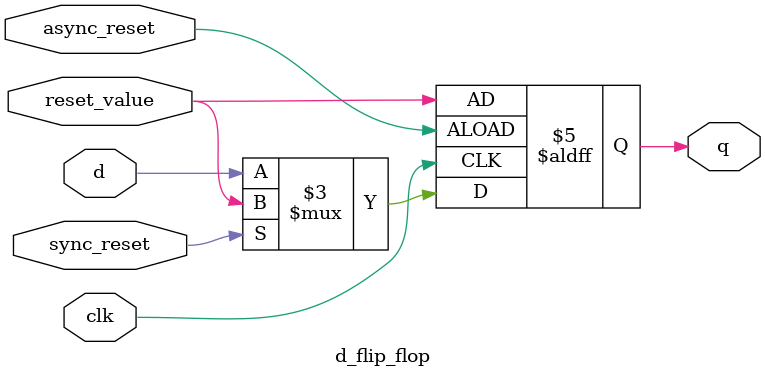
<source format=v>
module d_flip_flop (
    input d, clk, async_reset, sync_reset, reset_value,
    output reg q
);
    always @(posedge clk or posedge async_reset) begin
        if (async_reset)
            q <= reset_value;
        else if (sync_reset)
            q <= reset_value;
        else
            q <= d;
    end
endmodule
</source>
